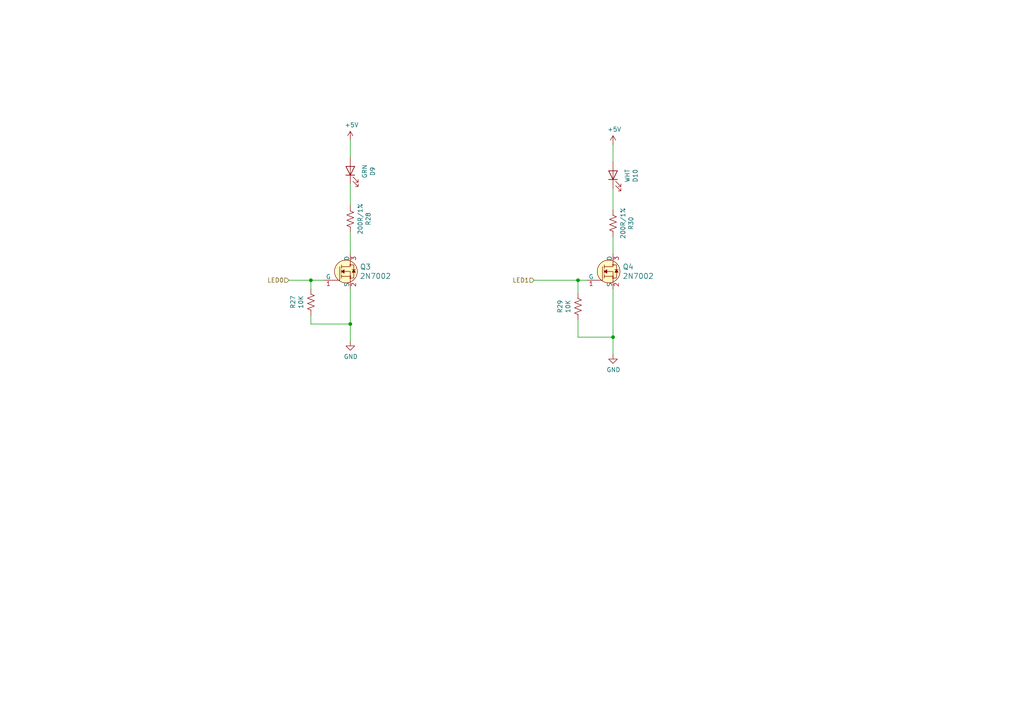
<source format=kicad_sch>
(kicad_sch (version 20211123) (generator eeschema)
  (paper "A4")
  (lib_symbols
    (symbol "MMTK-rescue:+5V-power-MMTK-rescue-MMTK-rescue" (power) (pin_names (offset 0))
      (property "Value" "MMTK-rescue_+5V-power-MMTK-rescue-MMTK-rescue" (at 0 3.556 0))
      (symbol "+5V-power-MMTK-rescue-MMTK-rescue_0_1"
        (polyline (pts (xy -0.762 1.27) (xy 0 2.54)))
        (polyline (pts (xy 0 0) (xy 0 2.54)))
        (polyline (pts (xy 0 2.54) (xy 0.762 1.27)))
      )
      (symbol "+5V-power-MMTK-rescue-MMTK-rescue_1_1"
        (pin power_in line (at 0 0 90) (length 0) hide (name "+5V") (number "1"))
      )
    )
    (symbol "MMTK-rescue:GND-power-MMTK-rescue-MMTK-rescue" (power) (pin_names (offset 0))
      (property "Value" "MMTK-rescue_GND-power-MMTK-rescue-MMTK-rescue" (at 0 -3.81 0))
      (symbol "GND-power-MMTK-rescue-MMTK-rescue_0_1"
        (polyline (pts (xy 0 0) (xy 0 -1.27) (xy 1.27 -1.27) (xy 0 -2.54) (xy -1.27 -1.27) (xy 0 -1.27)))
      )
      (symbol "GND-power-MMTK-rescue-MMTK-rescue_1_1"
        (pin power_in line (at 0 0 270) (length 0) hide (name "GND") (number "1"))
      )
    )
    (symbol "MMTK-rescue:LED-Device-MMTK-rescue-MMTK-rescue" (pin_numbers hide) (pin_names (offset 1.016) hide)
      (property "Reference" "D" (at 0 2.54 0))
      (property "Value" "MMTK-rescue_LED-Device-MMTK-rescue-MMTK-rescue" (at 0 -2.54 0))
      (symbol "LED-Device-MMTK-rescue-MMTK-rescue_0_1"
        (polyline (pts (xy -1.27 -1.27) (xy -1.27 1.27)) (stroke (width 0.2032)))
        (polyline (pts (xy -1.27 0) (xy 1.27 0)))
        (polyline (pts (xy 1.27 -1.27) (xy 1.27 1.27) (xy -1.27 0) (xy 1.27 -1.27)) (stroke (width 0.2032)))
        (polyline (pts (xy -3.048 -0.762) (xy -4.572 -2.286) (xy -3.81 -2.286) (xy -4.572 -2.286) (xy -4.572 -1.524)))
        (polyline (pts (xy -1.778 -0.762) (xy -3.302 -2.286) (xy -2.54 -2.286) (xy -3.302 -2.286) (xy -3.302 -1.524)))
      )
      (symbol "LED-Device-MMTK-rescue-MMTK-rescue_1_1"
        (pin passive line (at -3.81 0 0) (length 2.54) (name "K") (number "1"))
        (pin passive line (at 3.81 0 180) (length 2.54) (name "A") (number "2"))
      )
    )
    (symbol "MMTK-rescue:R_US-Device-MMTK-rescue-MMTK-rescue" (pin_numbers hide) (pin_names (offset 0))
      (property "Reference" "R" (at 2.54 0 90))
      (property "Value" "MMTK-rescue_R_US-Device-MMTK-rescue-MMTK-rescue" (at -2.54 0 90))
      (symbol "R_US-Device-MMTK-rescue-MMTK-rescue_0_1"
        (polyline (pts (xy 0 -2.286) (xy 0 -2.54)))
        (polyline (pts (xy 0 2.286) (xy 0 2.54)))
        (polyline (pts (xy 0 -0.762) (xy 1.016 -1.143) (xy 0 -1.524) (xy -1.016 -1.905) (xy 0 -2.286)))
        (polyline (pts (xy 0 0.762) (xy 1.016 0.381) (xy 0 0) (xy -1.016 -0.381) (xy 0 -0.762)))
        (polyline (pts (xy 0 2.286) (xy 1.016 1.905) (xy 0 1.524) (xy -1.016 1.143) (xy 0 0.762)))
      )
      (symbol "R_US-Device-MMTK-rescue-MMTK-rescue_1_1"
        (pin passive line (at 0 3.81 270) (length 1.27) (name "~") (number "1"))
        (pin passive line (at 0 -3.81 90) (length 1.27) (name "~") (number "2"))
      )
    )
    (symbol "dk_Transistors-FETs-MOSFETs-Single:2N7002" (pin_names (offset 0))
      (property "Reference" "Q" (at -2.6924 3.6322 0))
      (property "Value" "dk_Transistors-FETs-MOSFETs-Single_2N7002" (at 3.4544 0 90))
      (symbol "2N7002_0_1"
        (circle (center -1.27 0) (radius 3.302) (fill (type background)))
        (circle (center 0 -1.905) (radius 0.127))
        (circle (center 0 -1.397) (radius 0.127))
        (polyline (pts (xy 0 -1.397) (xy -2.54 -1.397)))
        (polyline (pts (xy -5.08 -2.54) (xy -3.048 -2.54) (xy -3.048 1.397)))
        (polyline (pts (xy 0 -2.54) (xy 0 0) (xy -2.54 0)))
        (polyline (pts (xy 0 2.54) (xy 0 1.397) (xy -2.54 1.397)))
        (polyline (pts (xy -0.127 -1.905) (xy 1.016 -1.905) (xy 1.016 1.397) (xy 1.016 1.905) (xy -0.127 1.905)))
        (circle (center 0 1.905) (radius 0.127))
      )
      (symbol "2N7002_1_1"
        (polyline (pts (xy -2.54 -1.397) (xy -2.54 -1.905)))
        (polyline (pts (xy -2.54 -1.397) (xy -2.54 -0.889)))
        (polyline (pts (xy -2.54 0) (xy -2.54 -0.508)))
        (polyline (pts (xy -2.54 0) (xy -2.54 0.508)))
        (polyline (pts (xy -2.54 1.905) (xy -2.54 0.889)))
        (polyline (pts (xy 1.524 0.508) (xy 0.508 0.508)))
        (polyline (pts (xy -2.54 0) (xy -1.778 0.508) (xy -1.778 -0.508) (xy -2.54 0)) (fill (type outline)))
        (polyline (pts (xy 1.016 0.508) (xy 0.508 -0.254) (xy 1.524 -0.254) (xy 1.016 0.508)) (fill (type outline)))
        (pin bidirectional line (at -7.62 -2.54 0) (length 2.54) (name "G") (number "1"))
        (pin bidirectional line (at 0 -5.08 90) (length 2.54) (name "S") (number "2"))
        (pin bidirectional line (at 0 5.08 270) (length 2.54) (name "D") (number "3"))
      )
    )
  )
  (junction (at 101.6 93.98))
  (junction (at 90.17 81.28))
  (junction (at 177.8 97.79))
  (junction (at 167.64 81.28))
  (wire (pts (xy 90.17 81.28) (xy 93.98 81.28)))
  (wire (pts (xy 167.64 97.79) (xy 177.8 97.79)))
  (wire (pts (xy 154.94 81.28) (xy 167.64 81.28)))
  (wire (pts (xy 177.8 97.79) (xy 177.8 102.87)))
  (wire (pts (xy 177.8 83.82) (xy 177.8 97.79)))
  (wire (pts (xy 90.17 93.98) (xy 101.6 93.98)))
  (wire (pts (xy 101.6 93.98) (xy 101.6 99.06)))
  (wire (pts (xy 167.64 81.28) (xy 170.18 81.28)))
  (wire (pts (xy 90.17 91.44) (xy 90.17 93.98)))
  (wire (pts (xy 101.6 40.64) (xy 101.6 45.72)))
  (wire (pts (xy 101.6 53.34) (xy 101.6 59.69)))
  (wire (pts (xy 177.8 54.61) (xy 177.8 60.96)))
  (wire (pts (xy 90.17 81.28) (xy 83.82 81.28)))
  (wire (pts (xy 101.6 83.82) (xy 101.6 93.98)))
  (wire (pts (xy 167.64 85.09) (xy 167.64 81.28)))
  (wire (pts (xy 177.8 68.58) (xy 177.8 73.66)))
  (wire (pts (xy 101.6 73.66) (xy 101.6 67.31)))
  (wire (pts (xy 167.64 92.71) (xy 167.64 97.79)))
  (wire (pts (xy 90.17 83.82) (xy 90.17 81.28)))
  (wire (pts (xy 177.8 41.91) (xy 177.8 46.99)))
  (hierarchical_label "LED1" (shape input) (at 154.94 81.28 180))
  (hierarchical_label "LED0" (shape input) (at 83.82 81.28 180))
  (symbol (lib_id "MMTK-rescue:LED-Device-MMTK-rescue-MMTK-rescue") (at 101.6 49.53 90) (unit 1)
    (property "Reference" "D9" (at 108.077 49.7078 0))
    (property "Value" "GRN" (at 105.7656 49.7078 0))
    (property "Footprint" "LED_SMD:LED_0603_1608Metric" (effects hide))
  )
  (symbol (lib_id "MMTK-rescue:+5V-power-MMTK-rescue-MMTK-rescue") (at 101.6 40.64 0) (unit 1)
    (property "Reference" "#PWR0153" (effects hide))
    (property "Value" "+5V" (at 101.981 36.2458 0))
  )
  (symbol (lib_id "MMTK-rescue:R_US-Device-MMTK-rescue-MMTK-rescue") (at 101.6 63.5 180) (unit 1)
    (property "Reference" "R28" (at 106.807 63.5 90))
    (property "Value" "200R/1%" (at 104.4956 63.5 90))
    (property "Footprint" "Resistor_SMD:R_0603_1608Metric" (effects hide))
  )
  (symbol (lib_id "MMTK-rescue:R_US-Device-MMTK-rescue-MMTK-rescue") (at 177.8 64.77 180) (unit 1)
    (property "Reference" "R30" (at 183.007 64.77 90))
    (property "Value" "200R/1%" (at 180.6956 64.77 90))
    (property "Footprint" "Resistor_SMD:R_0603_1608Metric" (effects hide))
  )
  (symbol (lib_id "MMTK-rescue:GND-power-MMTK-rescue-MMTK-rescue") (at 101.6 99.06 0) (unit 1)
    (property "Reference" "#PWR0154" (effects hide))
    (property "Value" "GND" (at 101.727 103.4542 0))
  )
  (symbol (lib_id "MMTK-rescue:LED-Device-MMTK-rescue-MMTK-rescue") (at 177.8 50.8 90) (unit 1)
    (property "Reference" "D10" (at 184.277 50.9778 0))
    (property "Value" "WHT" (at 181.9656 50.9778 0))
    (property "Footprint" "LED_SMD:LED_0603_1608Metric" (effects hide))
  )
  (symbol (lib_id "MMTK-rescue:+5V-power-MMTK-rescue-MMTK-rescue") (at 177.8 41.91 0) (unit 1)
    (property "Reference" "#PWR0155" (effects hide))
    (property "Value" "+5V" (at 178.181 37.5158 0))
  )
  (symbol (lib_id "MMTK-rescue:GND-power-MMTK-rescue-MMTK-rescue") (at 177.8 102.87 0) (unit 1)
    (property "Reference" "#PWR0156" (effects hide))
    (property "Value" "GND" (at 177.927 107.2642 0))
  )
  (symbol (lib_id "MMTK-rescue:R_US-Device-MMTK-rescue-MMTK-rescue") (at 90.17 87.63 0) (unit 1)
    (property "Reference" "R27" (at 84.963 87.63 90))
    (property "Value" "10K" (at 87.2744 87.63 90))
    (property "Footprint" "Resistor_SMD:R_0603_1608Metric" (effects hide))
  )
  (symbol (lib_id "MMTK-rescue:R_US-Device-MMTK-rescue-MMTK-rescue") (at 167.64 88.9 0) (unit 1)
    (property "Reference" "R29" (at 162.433 88.9 90))
    (property "Value" "10K" (at 164.7444 88.9 90))
    (property "Footprint" "Resistor_SMD:R_0603_1608Metric" (effects hide))
  )
  (symbol (lib_id "dk_Transistors-FETs-MOSFETs-Single:2N7002") (at 101.6 78.74 0) (unit 1)
    (property "Reference" "Q3" (at 104.3432 77.3938 0) (effects (font (size 1.524 1.524)) (justify left)))
    (property "Value" "2N7002" (at 104.3432 80.0862 0) (effects (font (size 1.524 1.524)) (justify left)))
    (property "Footprint" "digikey-footprints:SOT-23-3" (effects hide))
    (property "Datasheet" "https://www.onsemi.com/pub/Collateral/NDS7002A-D.PDF" (effects hide))
    (property "Digi-Key_PN" "2N7002NCT-ND" (effects hide))
    (property "MPN" "2N7002" (effects hide))
    (property "Category" "Discrete Semiconductor Products" (effects hide))
    (property "Family" "Transistors - FETs, MOSFETs - Single" (effects hide))
    (property "DK_Datasheet_Link" "https://www.onsemi.com/pub/Collateral/NDS7002A-D.PDF" (effects hide))
    (property "DK_Detail_Page" "/product-detail/en/on-semiconductor/2N7002/2N7002NCT-ND/244664" (effects hide))
    (property "Description" "MOSFET N-CH 60V 115MA SOT-23" (effects hide))
    (property "Manufacturer" "ON Semiconductor" (effects hide))
    (property "Status" "Active" (effects hide))
  )
  (symbol (lib_id "dk_Transistors-FETs-MOSFETs-Single:2N7002") (at 177.8 78.74 0) (unit 1)
    (property "Reference" "Q4" (at 180.5432 77.3938 0) (effects (font (size 1.524 1.524)) (justify left)))
    (property "Value" "2N7002" (at 180.5432 80.0862 0) (effects (font (size 1.524 1.524)) (justify left)))
    (property "Footprint" "digikey-footprints:SOT-23-3" (effects hide))
    (property "Datasheet" "https://www.onsemi.com/pub/Collateral/NDS7002A-D.PDF" (effects hide))
    (property "Digi-Key_PN" "2N7002NCT-ND" (effects hide))
    (property "MPN" "2N7002" (effects hide))
    (property "Category" "Discrete Semiconductor Products" (effects hide))
    (property "Family" "Transistors - FETs, MOSFETs - Single" (effects hide))
    (property "DK_Datasheet_Link" "https://www.onsemi.com/pub/Collateral/NDS7002A-D.PDF" (effects hide))
    (property "DK_Detail_Page" "/product-detail/en/on-semiconductor/2N7002/2N7002NCT-ND/244664" (effects hide))
    (property "Description" "MOSFET N-CH 60V 115MA SOT-23" (effects hide))
    (property "Manufacturer" "ON Semiconductor" (effects hide))
    (property "Status" "Active" (effects hide))
  )
)
</source>
